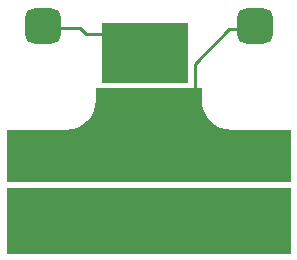
<source format=gtl>
G04*
G04 #@! TF.GenerationSoftware,Altium Limited,CircuitStudio,1.5.2 (30)*
G04*
G04 Layer_Physical_Order=1*
G04 Layer_Color=255*
%FSLAX25Y25*%
%MOIN*%
G70*
G01*
G75*
G04:AMPARAMS|DCode=10|XSize=118.11mil|YSize=118.11mil|CornerRadius=29.53mil|HoleSize=0mil|Usage=FLASHONLY|Rotation=180.000|XOffset=0mil|YOffset=0mil|HoleType=Round|Shape=RoundedRectangle|*
%AMROUNDEDRECTD10*
21,1,0.11811,0.05906,0,0,180.0*
21,1,0.05906,0.11811,0,0,180.0*
1,1,0.05906,-0.02953,0.02953*
1,1,0.05906,0.02953,0.02953*
1,1,0.05906,0.02953,-0.02953*
1,1,0.05906,-0.02953,-0.02953*
%
%ADD10ROUNDEDRECTD10*%
%ADD11R,0.11811X0.07047*%
%ADD12C,0.01000*%
G36*
X299213Y334646D02*
X204724D01*
Y356693D01*
X299213D01*
Y334646D01*
D02*
G37*
G36*
X269685Y385984D02*
X269637D01*
X269830Y384024D01*
X270402Y382139D01*
X271330Y380402D01*
X272580Y378879D01*
X274102Y377629D01*
X275840Y376701D01*
X277725Y376129D01*
X279685Y375936D01*
X299213Y375984D01*
Y358661D01*
X204724D01*
Y375984D01*
X224252D01*
Y375936D01*
X226212Y376129D01*
X228097Y376701D01*
X229835Y377629D01*
X231357Y378879D01*
X232607Y380402D01*
X233536Y382139D01*
X234107Y384024D01*
X234300Y385984D01*
X234252Y389764D01*
X269685D01*
Y385984D01*
D02*
G37*
G36*
X264961Y391732D02*
X236221D01*
Y411417D01*
X264961D01*
Y391732D01*
D02*
G37*
D10*
X287402Y410630D02*
D03*
X216535D02*
D03*
D11*
X217323Y345669D02*
D03*
Y367717D02*
D03*
X231496Y345669D02*
D03*
Y367717D02*
D03*
X245669Y345669D02*
D03*
Y367717D02*
D03*
X259842Y345669D02*
D03*
Y367717D02*
D03*
X274016Y345669D02*
D03*
Y367717D02*
D03*
X288188Y345669D02*
D03*
Y367716D02*
D03*
D12*
X231102Y407874D02*
X238189D01*
X229134Y409842D02*
X231102Y407874D01*
X216535Y409842D02*
X229134D01*
X285827Y409449D02*
X287402Y407874D01*
X278740Y409449D02*
X285827D01*
X267323Y398031D02*
X278740Y409449D01*
X267323Y388189D02*
Y398031D01*
M02*

</source>
